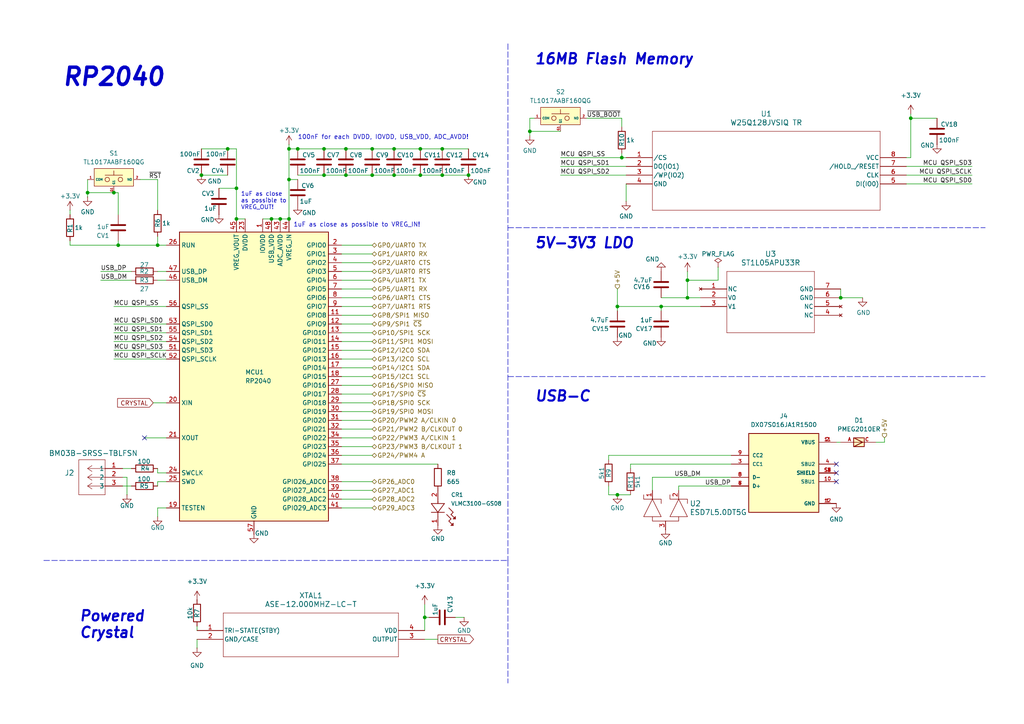
<source format=kicad_sch>
(kicad_sch (version 20231120) (generator "eeschema") (generator_version "8.0")
  (paper "A4")
  (title_block (title "RP2040 Standard") (company "Porto Space Team") (comment 1 "Miguel Amorim"))
  (lib_symbols
    (symbol "16MB_Flash:W25Q128JVSIQ_TR" (pin_names (offset 0.254))
      (property "Reference" "U" (at 40.64 12.7 0))
      (property "Value" "W25Q128JVSIQ TR" (at 40.64 10.16 0))
      (symbol "W25Q128JVSIQ_TR_0_1"
        (pin input line (at 0 0 0) (length 7.62) (name "/CS") (number "1"))
        (pin bidirectional line (at 0 -2.54 0) (length 7.62) (name "DO(IO1)") (number "2"))
        (pin bidirectional line (at 0 -5.08 0) (length 7.62) (name "/WP(IO2)") (number "3"))
        (pin passive line (at 0 -7.62 0) (length 7.62) (name "GND") (number "4"))
        (pin bidirectional line (at 81.28 -7.62 180) (length 7.62) (name "DI(IO0)") (number "5"))
        (pin input line (at 81.28 -5.08 180) (length 7.62) (name "CLK") (number "6"))
        (pin bidirectional line (at 81.28 -2.54 180) (length 7.62) (name "/HOLD_/RESET") (number "7"))
        (pin passive line (at 81.28 0 180) (length 7.62) (name "VCC") (number "8"))
      )
    )
    (symbol "AS12MHz:ASE-12.000MHZ-LC-T" (pin_names (offset 0.254))
      (property "Reference" "XTAL" (at 33.02 10.16 0))
      (property "Value" "ASE-12.000MHZ-LC-T" (at 33.02 7.62 0))
      (symbol "ASE-12.000MHZ-LC-T_0_1"
        (pin passive line (at 0 0 0) (length 7.62) (name "TRI-STATE(STBY)") (number "1"))
        (pin passive line (at 0 -2.54 0) (length 7.62) (name "GND/CASE") (number "2"))
        (pin output line (at 66.04 -2.54 180) (length 7.62) (name "OUTPUT") (number "3"))
        (pin power_in line (at 66.04 0 180) (length 7.62) (name "VDD") (number "4"))
      )
    )
    (symbol "DX07S016JA1R1500:DX07S016JA1R1500" (pin_names (offset 1.016))
      (property "Reference" "J" (at -10.16 11.43 0))
      (property "Value" "DX07S016JA1R1500" (at -10.16 -13.97 0))
      (symbol "DX07S016JA1R1500_0_0"
        (pin power_in line (at 15.24 -10.16 180) (length 5.08) (name "GND") (number "1"))
        (pin passive line (at 15.24 -3.81 180) (length 5.08) (name "SBU1") (number "10"))
        (pin passive line (at 15.24 7.62 180) (length 5.08) (name "VBUS") (number "11"))
        (pin power_in line (at 15.24 -10.16 180) (length 5.08) (name "GND") (number "12"))
        (pin passive line (at 15.24 7.62 180) (length 5.08) (name "VBUS") (number "2"))
        (pin passive line (at -15.24 1.27 0) (length 5.08) (name "CC1") (number "3"))
        (pin passive line (at 15.24 1.27 180) (length 5.08) (name "SBU2") (number "4"))
        (pin passive line (at -15.24 -2.54 0) (length 5.08) (name "D-") (number "5"))
        (pin passive line (at -15.24 -5.08 0) (length 5.08) (name "D+") (number "6"))
        (pin passive line (at -15.24 -5.08 0) (length 5.08) (name "D+") (number "7"))
        (pin passive line (at -15.24 -2.54 0) (length 5.08) (name "D-") (number "8"))
        (pin passive line (at -15.24 3.81 0) (length 5.08) (name "CC2") (number "9"))
        (pin passive line (at 15.24 -1.27 180) (length 5.08) (name "SHIELD") (number "S1"))
        (pin passive line (at 15.24 -1.27 180) (length 5.08) (name "SHIELD") (number "S2"))
        (pin passive line (at 15.24 -1.27 180) (length 5.08) (name "SHIELD") (number "S3"))
        (pin passive line (at 15.24 -1.27 180) (length 5.08) (name "SHIELD") (number "S4"))
        (pin passive line (at 15.24 -1.27 180) (length 5.08) (name "SHIELD") (number "S5"))
        (pin passive line (at 15.24 -1.27 180) (length 5.08) (name "SHIELD") (number "S6"))
      )
    )
    (symbol "Device:C" (pin_numbers hide) (pin_names (offset 0.254))
      (property "Reference" "C" (at 0.635 2.54 0))
      (property "Value" "C" (at 0.635 -2.54 0))
      (symbol "C_1_1"
        (pin passive line (at 0 3.81 270) (length 2.794) (name "~") (number "1"))
        (pin passive line (at 0 -3.81 90) (length 2.794) (name "~") (number "2"))
      )
    )
    (symbol "Device:R" (pin_numbers hide) (pin_names (offset 0))
      (property "Reference" "R" (at 2.032 0 90))
      (property "Value" "R" (at 0 0 90))
      (symbol "R_1_1"
        (pin passive line (at 0 3.81 270) (length 1.27) (name "~") (number "1"))
        (pin passive line (at 0 -3.81 90) (length 1.27) (name "~") (number "2"))
      )
    )
    (symbol "ESD7L5_Diode:ESD7L5.0DT5G" (pin_names (offset 0.254))
      (property "Reference" "U" (at 6.35 15.24 0))
      (property "Value" "ESD7L5.0DT5G" (at 6.35 12.7 0))
      (symbol "ESD7L5.0DT5G_1_1"
        (pin passive line (at 2.54 11.43 270) (length 2.54) (name "") (number "1"))
        (pin passive line (at 10.16 11.43 270) (length 2.54) (name "") (number "2"))
        (pin passive line (at 6.35 0 90) (length 2.54) (name "") (number "3"))
      )
    )
    (symbol "GreenLED__VLMC3100-GS08:VLMC3100-GS08" (pin_names (offset 0.254))
      (property "Reference" "CR" (at 5.08 -4.445 0))
      (property "Value" "VLMC3100-GS08" (at 5.08 -7.62 0))
      (symbol "VLMC3100-GS08_1_1"
        (pin passive line (at 10.16 0 180) (length 2.54) (name "") (number "1"))
        (pin passive line (at 0 0 0) (length 2.54) (name "") (number "2"))
      )
      (symbol "VLMC3100-GS08_1_2"
        (pin passive line (at 0 10.16 270) (length 2.54) (name "") (number "1"))
        (pin passive line (at 0 0 90) (length 2.54) (name "") (number "2"))
      )
    )
    (symbol "LDO_ST1L05A:ST1L05APU33R" (pin_names (offset 0.254))
      (property "Reference" "U" (at 20.32 10.16 0))
      (property "Value" "ST1L05APU33R" (at 20.32 7.62 0))
      (symbol "ST1L05APU33R_0_1"
        (pin no_connect line (at 0 0 0) (length 7.62) (name "NC") (number "1"))
        (pin passive line (at 0 -2.54 0) (length 7.62) (name "V0") (number "2"))
        (pin passive line (at 0 -5.08 0) (length 7.62) (name "V1") (number "3"))
        (pin no_connect line (at 40.64 -7.62 180) (length 7.62) (name "NC") (number "4"))
        (pin no_connect line (at 40.64 -5.08 180) (length 7.62) (name "NC") (number "5"))
        (pin passive line (at 40.64 -2.54 180) (length 7.62) (name "GND") (number "6"))
        (pin passive line (at 40.64 0 180) (length 7.62) (name "GND") (number "7"))
      )
    )
    (symbol "MCU_RaspberryPi:RP2040"
      (property "Reference" "U" (at 17.78 45.72 0))
      (property "Value" "RP2040" (at 17.78 43.18 0))
      (symbol "RP2040_1_1"
        (pin power_in line (at 2.54 45.72 270) (length 3.81) (name "IOVDD") (number "1"))
        (pin passive line (at 2.54 45.72 270) (length 3.81) hide (name "IOVDD") (number "10"))
        (pin bidirectional line (at 25.4 17.78 180) (length 3.81) (name "GPIO8") (number "11"))
        (pin bidirectional line (at 25.4 15.24 180) (length 3.81) (name "GPIO9") (number "12"))
        (pin bidirectional line (at 25.4 12.7 180) (length 3.81) (name "GPIO10") (number "13"))
        (pin bidirectional line (at 25.4 10.16 180) (length 3.81) (name "GPIO11") (number "14"))
        (pin bidirectional line (at 25.4 7.62 180) (length 3.81) (name "GPIO12") (number "15"))
        (pin bidirectional line (at 25.4 5.08 180) (length 3.81) (name "GPIO13") (number "16"))
        (pin bidirectional line (at 25.4 2.54 180) (length 3.81) (name "GPIO14") (number "17"))
        (pin bidirectional line (at 25.4 0 180) (length 3.81) (name "GPIO15") (number "18"))
        (pin input line (at -25.4 -38.1 0) (length 3.81) (name "TESTEN") (number "19"))
        (pin bidirectional line (at 25.4 38.1 180) (length 3.81) (name "GPIO0") (number "2"))
        (pin input line (at -25.4 -7.62 0) (length 3.81) (name "XIN") (number "20"))
        (pin passive line (at -25.4 -17.78 0) (length 3.81) (name "XOUT") (number "21"))
        (pin passive line (at 2.54 45.72 270) (length 3.81) hide (name "IOVDD") (number "22"))
        (pin power_in line (at -2.54 45.72 270) (length 3.81) (name "DVDD") (number "23"))
        (pin input line (at -25.4 -27.94 0) (length 3.81) (name "SWCLK") (number "24"))
        (pin bidirectional line (at -25.4 -30.48 0) (length 3.81) (name "SWD") (number "25"))
        (pin input line (at -25.4 38.1 0) (length 3.81) (name "RUN") (number "26"))
        (pin bidirectional line (at 25.4 -2.54 180) (length 3.81) (name "GPIO16") (number "27"))
        (pin bidirectional line (at 25.4 -5.08 180) (length 3.81) (name "GPIO17") (number "28"))
        (pin bidirectional line (at 25.4 -7.62 180) (length 3.81) (name "GPIO18") (number "29"))
        (pin bidirectional line (at 25.4 35.56 180) (length 3.81) (name "GPIO1") (number "3"))
        (pin bidirectional line (at 25.4 -10.16 180) (length 3.81) (name "GPIO19") (number "30"))
        (pin bidirectional line (at 25.4 -12.7 180) (length 3.81) (name "GPIO20") (number "31"))
        (pin bidirectional line (at 25.4 -15.24 180) (length 3.81) (name "GPIO21") (number "32"))
        (pin passive line (at 2.54 45.72 270) (length 3.81) hide (name "IOVDD") (number "33"))
        (pin bidirectional line (at 25.4 -17.78 180) (length 3.81) (name "GPIO22") (number "34"))
        (pin bidirectional line (at 25.4 -20.32 180) (length 3.81) (name "GPIO23") (number "35"))
        (pin bidirectional line (at 25.4 -22.86 180) (length 3.81) (name "GPIO24") (number "36"))
        (pin bidirectional line (at 25.4 -25.4 180) (length 3.81) (name "GPIO25") (number "37"))
        (pin bidirectional line (at 25.4 -30.48 180) (length 3.81) (name "GPIO26_ADC0") (number "38"))
        (pin bidirectional line (at 25.4 -33.02 180) (length 3.81) (name "GPIO27_ADC1") (number "39"))
        (pin bidirectional line (at 25.4 33.02 180) (length 3.81) (name "GPIO2") (number "4"))
        (pin bidirectional line (at 25.4 -35.56 180) (length 3.81) (name "GPIO28_ADC2") (number "40"))
        (pin bidirectional line (at 25.4 -38.1 180) (length 3.81) (name "GPIO29_ADC3") (number "41"))
        (pin passive line (at 2.54 45.72 270) (length 3.81) hide (name "IOVDD") (number "42"))
        (pin power_in line (at 7.62 45.72 270) (length 3.81) (name "ADC_AVDD") (number "43"))
        (pin power_in line (at 10.16 45.72 270) (length 3.81) (name "VREG_IN") (number "44"))
        (pin power_out line (at -5.08 45.72 270) (length 3.81) (name "VREG_VOUT") (number "45"))
        (pin bidirectional line (at -25.4 27.94 0) (length 3.81) (name "USB_DM") (number "46"))
        (pin bidirectional line (at -25.4 30.48 0) (length 3.81) (name "USB_DP") (number "47"))
        (pin power_in line (at 5.08 45.72 270) (length 3.81) (name "USB_VDD") (number "48"))
        (pin passive line (at 2.54 45.72 270) (length 3.81) hide (name "IOVDD") (number "49"))
        (pin bidirectional line (at 25.4 30.48 180) (length 3.81) (name "GPIO3") (number "5"))
        (pin passive line (at -2.54 45.72 270) (length 3.81) hide (name "DVDD") (number "50"))
        (pin bidirectional line (at -25.4 7.62 0) (length 3.81) (name "QSPI_SD3") (number "51"))
        (pin output line (at -25.4 5.08 0) (length 3.81) (name "QSPI_SCLK") (number "52"))
        (pin bidirectional line (at -25.4 15.24 0) (length 3.81) (name "QSPI_SD0") (number "53"))
        (pin bidirectional line (at -25.4 10.16 0) (length 3.81) (name "QSPI_SD2") (number "54"))
        (pin bidirectional line (at -25.4 12.7 0) (length 3.81) (name "QSPI_SD1") (number "55"))
        (pin bidirectional line (at -25.4 20.32 0) (length 3.81) (name "QSPI_SS") (number "56"))
        (pin power_in line (at 0 -45.72 90) (length 3.81) (name "GND") (number "57"))
        (pin bidirectional line (at 25.4 27.94 180) (length 3.81) (name "GPIO4") (number "6"))
        (pin bidirectional line (at 25.4 25.4 180) (length 3.81) (name "GPIO5") (number "7"))
        (pin bidirectional line (at 25.4 22.86 180) (length 3.81) (name "GPIO6") (number "8"))
        (pin bidirectional line (at 25.4 20.32 180) (length 3.81) (name "GPIO7") (number "9"))
      )
    )
    (symbol "PMEG2010ER:PMEG2010ER" (pin_names (offset 1.016))
      (property "Reference" "D" (at -3.8116 1.7534 0))
      (property "Value" "PMEG2010ER" (at -3.816 -3.5871 0))
      (symbol "PMEG2010ER_0_0"
        (pin passive line (at -5.08 0 0) (length 5.08) (name "~") (number "A"))
        (pin passive line (at 5.08 0 180) (length 5.08) (name "~") (number "C"))
      )
    )
    (symbol "SWD_Con:BM03B-SRSS-TBLFSN" (pin_names (offset 0.254))
      (property "Reference" "J" (at 8.89 6.35 0))
      (property "Value" "BM03B-SRSS-TBLFSN" (at 0 0 0))
      (symbol "BM03B-SRSS-TBLFSN_1_1"
        (pin passive line (at 0 0 0) (length 5.08) (name "1") (number "1"))
        (pin passive line (at 0 -2.54 0) (length 5.08) (name "2") (number "2"))
        (pin passive line (at 0 -5.08 0) (length 5.08) (name "3") (number "3"))
      )
      (symbol "BM03B-SRSS-TBLFSN_1_2"
        (pin passive line (at 0 0 0) (length 5.08) (name "1") (number "1"))
        (pin passive line (at 0 -2.54 0) (length 5.08) (name "2") (number "2"))
        (pin passive line (at 0 -5.08 0) (length 5.08) (name "3") (number "3"))
      )
    )
    (symbol "TL1017AABF160QG:TL1017AABF160QG"
      (property "Reference" "S" (at 0.762 14.732 0))
      (property "Value" "TL1017AABF160QG" (at 0.762 12.192 0))
      (symbol "TL1017AABF160QG_1_1"
        (pin passive line (at 1.27 3.81 0) (length 1.778) (name "COM") (number "1"))
        (pin passive line (at 16.51 3.81 180) (length 1.778) (name "NO") (number "2"))
        (pin passive line (at 8.89 0 90) (length 1.778) (name "G1") (number "G1"))
      )
    )
    (symbol "power:+3.3V" (power) (pin_numbers hide) (pin_names (offset 0) hide)
      (property "Value" "+3.3V" (at 0 3.556 0))
      (symbol "+3.3V_1_1"
        (pin power_in line (at 0 0 90) (length 0) (name "~") (number "1"))
      )
    )
    (symbol "power:GND" (power) (pin_numbers hide) (pin_names (offset 0) hide)
      (property "Value" "GND" (at 0 -3.81 0))
      (symbol "GND_1_1"
        (pin power_in line (at 0 0 270) (length 0) (name "~") (number "1"))
      )
    )
    (symbol "power:PWR_FLAG" (power) (pin_numbers hide) (pin_names (offset 0) hide)
      (property "Value" "PWR_FLAG" (at 0 3.81 0))
      (symbol "PWR_FLAG_0_0"
        (pin power_out line (at 0 0 90) (length 0) (name "~") (number "1"))
      )
    )
  )
  (junction (at 107.95 50.8))
  (junction (at 114.3 43.18))
  (junction (at 243.84 86.36))
  (junction (at 123.19 179.07))
  (junction (at 25.4 55.88))
  (junction (at 135.89 50.8))
  (junction (at 114.3 50.8))
  (junction (at 191.77 88.9))
  (junction (at 45.72 71.12))
  (junction (at 78.74 63.5))
  (junction (at 33.02 55.88))
  (junction (at 121.92 50.8))
  (junction (at 66.04 43.18))
  (junction (at 83.82 63.5))
  (junction (at 264.16 34.29))
  (junction (at 34.29 71.12))
  (junction (at 93.98 50.8))
  (junction (at 153.67 38.1))
  (junction (at 199.39 81.28))
  (junction (at 93.98 43.18))
  (junction (at 83.82 52.07))
  (junction (at 100.33 43.18))
  (junction (at 83.82 43.18))
  (junction (at 107.95 43.18))
  (junction (at 58.42 50.8))
  (junction (at 68.58 63.5))
  (junction (at 68.58 54.61))
  (junction (at 100.33 50.8))
  (junction (at 121.92 43.18))
  (junction (at 81.28 63.5))
  (junction (at 179.07 88.9))
  (junction (at 86.36 43.18))
  (junction (at 180.34 45.72))
  (junction (at 128.27 43.18))
  (junction (at 199.39 86.36))
  (junction (at 128.27 50.8))
  (junction (at 179.07 143.51))
  (no_connect (at 242.57 134.62))
  (no_connect (at 242.57 139.7))
  (no_connect (at 242.57 137.16))
  (no_connect (at 41.91 127))
  (wire (pts (xy 76.2 63.5) (xy 78.74 63.5)))
  (wire (pts (xy 196.85 140.97) (xy 196.85 142.24)))
  (wire (pts (xy 99.06 83.82) (xy 107.95 83.82)))
  (wire (pts (xy 179.07 143.51) (xy 176.53 143.51)))
  (wire (pts (xy 45.72 78.74) (xy 48.26 78.74)))
  (wire (pts (xy 100.33 43.18) (xy 93.98 43.18)))
  (wire (pts (xy 107.95 50.8) (xy 114.3 50.8)))
  (polyline (pts (xy 147.32 109.22) (xy 285.75 109.22)) (stroke (width 0) (type dash)))
  (wire (pts (xy 99.06 119.38) (xy 107.95 119.38)))
  (wire (pts (xy 153.67 38.1) (xy 153.67 39.37)))
  (wire (pts (xy 262.89 48.26) (xy 281.94 48.26)))
  (wire (pts (xy 25.4 55.88) (xy 33.02 55.88)))
  (wire (pts (xy 123.19 179.07) (xy 124.46 179.07)))
  (wire (pts (xy 181.61 48.26) (xy 162.56 48.26)))
  (wire (pts (xy 99.06 99.06) (xy 107.95 99.06)))
  (wire (pts (xy 34.29 71.12) (xy 45.72 71.12)))
  (wire (pts (xy 25.4 55.88) (xy 25.4 57.15)))
  (wire (pts (xy 181.61 53.34) (xy 181.61 58.42)))
  (wire (pts (xy 179.07 83.82) (xy 179.07 88.9)))
  (wire (pts (xy 256.54 127) (xy 256.54 128.27)))
  (wire (pts (xy 123.19 175.26) (xy 123.19 179.07)))
  (wire (pts (xy 81.28 63.5) (xy 83.82 63.5)))
  (wire (pts (xy 45.72 81.28) (xy 48.26 81.28)))
  (wire (pts (xy 162.56 45.72) (xy 180.34 45.72)))
  (wire (pts (xy 86.36 43.18) (xy 83.82 43.18)))
  (wire (pts (xy 199.39 78.74) (xy 199.39 81.28)))
  (wire (pts (xy 99.06 142.24) (xy 107.95 142.24)))
  (wire (pts (xy 100.33 50.8) (xy 107.95 50.8)))
  (wire (pts (xy 114.3 50.8) (xy 121.92 50.8)))
  (wire (pts (xy 68.58 54.61) (xy 68.58 43.18)))
  (wire (pts (xy 99.06 132.08) (xy 107.95 132.08)))
  (wire (pts (xy 99.06 129.54) (xy 107.95 129.54)))
  (wire (pts (xy 182.88 143.51) (xy 179.07 143.51)))
  (wire (pts (xy 33.02 88.9) (xy 48.26 88.9)))
  (wire (pts (xy 99.06 101.6) (xy 107.95 101.6)))
  (wire (pts (xy 99.06 111.76) (xy 107.95 111.76)))
  (wire (pts (xy 99.06 73.66) (xy 107.95 73.66)))
  (wire (pts (xy 128.27 50.8) (xy 135.89 50.8)))
  (wire (pts (xy 33.02 104.14) (xy 48.26 104.14)))
  (wire (pts (xy 107.95 43.18) (xy 100.33 43.18)))
  (wire (pts (xy 99.06 96.52) (xy 107.95 96.52)))
  (wire (pts (xy 199.39 86.36) (xy 203.2 86.36)))
  (wire (pts (xy 189.23 138.43) (xy 189.23 142.24)))
  (wire (pts (xy 153.67 34.29) (xy 153.67 38.1)))
  (wire (pts (xy 99.06 78.74) (xy 107.95 78.74)))
  (wire (pts (xy 180.34 34.29) (xy 170.18 34.29)))
  (wire (pts (xy 34.29 55.88) (xy 33.02 55.88)))
  (wire (pts (xy 99.06 139.7) (xy 107.95 139.7)))
  (wire (pts (xy 45.72 147.32) (xy 48.26 147.32)))
  (wire (pts (xy 99.06 71.12) (xy 107.95 71.12)))
  (wire (pts (xy 99.06 91.44) (xy 107.95 91.44)))
  (wire (pts (xy 132.08 179.07) (xy 134.62 179.07)))
  (wire (pts (xy 242.57 128.27) (xy 243.84 128.27)))
  (wire (pts (xy 99.06 88.9) (xy 107.95 88.9)))
  (wire (pts (xy 20.32 60.96) (xy 20.32 62.23)))
  (wire (pts (xy 99.06 116.84) (xy 107.95 116.84)))
  (wire (pts (xy 114.3 43.18) (xy 107.95 43.18)))
  (wire (pts (xy 179.07 88.9) (xy 191.77 88.9)))
  (wire (pts (xy 99.06 106.68) (xy 107.95 106.68)))
  (wire (pts (xy 34.29 71.12) (xy 20.32 71.12)))
  (wire (pts (xy 68.58 43.18) (xy 66.04 43.18)))
  (wire (pts (xy 262.89 50.8) (xy 281.94 50.8)))
  (wire (pts (xy 86.36 50.8) (xy 93.98 50.8)))
  (wire (pts (xy 35.56 140.97) (xy 38.1 140.97)))
  (wire (pts (xy 93.98 43.18) (xy 86.36 43.18)))
  (wire (pts (xy 35.56 138.43) (xy 36.83 138.43)))
  (polyline (pts (xy 147.32 12.7) (xy 147.32 162.56)) (stroke (width 0) (type dash)))
  (wire (pts (xy 83.82 52.07) (xy 86.36 52.07)))
  (wire (pts (xy 33.02 93.98) (xy 48.26 93.98)))
  (wire (pts (xy 33.02 99.06) (xy 48.26 99.06)))
  (wire (pts (xy 191.77 86.36) (xy 199.39 86.36)))
  (wire (pts (xy 199.39 81.28) (xy 199.39 86.36)))
  (wire (pts (xy 99.06 104.14) (xy 107.95 104.14)))
  (wire (pts (xy 264.16 34.29) (xy 264.16 33.02)))
  (wire (pts (xy 212.09 134.62) (xy 182.88 134.62)))
  (wire (pts (xy 123.19 179.07) (xy 123.19 182.88)))
  (wire (pts (xy 40.64 52.07) (xy 45.72 52.07)))
  (wire (pts (xy 176.53 143.51) (xy 176.53 140.97)))
  (wire (pts (xy 243.84 86.36) (xy 250.19 86.36)))
  (wire (pts (xy 262.89 45.72) (xy 264.16 45.72)))
  (wire (pts (xy 44.45 116.84) (xy 48.26 116.84)))
  (wire (pts (xy 153.67 38.1) (xy 162.56 38.1)))
  (polyline (pts (xy 147.32 162.56) (xy 147.32 198.12)) (stroke (width 0) (type dash)))
  (wire (pts (xy 25.4 52.07) (xy 25.4 55.88)))
  (wire (pts (xy 35.56 135.89) (xy 38.1 135.89)))
  (wire (pts (xy 99.06 109.22) (xy 107.95 109.22)))
  (wire (pts (xy 179.07 88.9) (xy 179.07 90.17)))
  (wire (pts (xy 180.34 36.83) (xy 180.34 34.29)))
  (wire (pts (xy 83.82 43.18) (xy 83.82 52.07)))
  (wire (pts (xy 45.72 140.97) (xy 45.72 139.7)))
  (wire (pts (xy 68.58 54.61) (xy 68.58 63.5)))
  (wire (pts (xy 262.89 53.34) (xy 281.94 53.34)))
  (wire (pts (xy 57.15 181.61) (xy 57.15 182.88)))
  (wire (pts (xy 199.39 81.28) (xy 208.28 81.28)))
  (wire (pts (xy 181.61 50.8) (xy 162.56 50.8)))
  (wire (pts (xy 99.06 114.3) (xy 107.95 114.3)))
  (wire (pts (xy 93.98 50.8) (xy 100.33 50.8)))
  (wire (pts (xy 180.34 44.45) (xy 180.34 45.72)))
  (wire (pts (xy 33.02 101.6) (xy 48.26 101.6)))
  (wire (pts (xy 189.23 138.43) (xy 212.09 138.43)))
  (wire (pts (xy 182.88 134.62) (xy 182.88 135.89)))
  (wire (pts (xy 256.54 128.27) (xy 254 128.27)))
  (wire (pts (xy 45.72 71.12) (xy 48.26 71.12)))
  (wire (pts (xy 41.91 127) (xy 48.26 127)))
  (wire (pts (xy 29.21 78.74) (xy 38.1 78.74)))
  (wire (pts (xy 33.02 96.52) (xy 48.26 96.52)))
  (wire (pts (xy 83.82 52.07) (xy 83.82 63.5)))
  (polyline (pts (xy 12.7 162.56) (xy 147.32 162.56)) (stroke (width 0) (type dash)))
  (wire (pts (xy 45.72 149.86) (xy 45.72 147.32)))
  (wire (pts (xy 99.06 93.98) (xy 107.95 93.98)))
  (wire (pts (xy 180.34 45.72) (xy 181.61 45.72)))
  (wire (pts (xy 99.06 81.28) (xy 107.95 81.28)))
  (wire (pts (xy 45.72 137.16) (xy 48.26 137.16)))
  (polyline (pts (xy 147.32 66.04) (xy 285.75 66.04)) (stroke (width 0) (type dash)))
  (wire (pts (xy 45.72 68.58) (xy 45.72 71.12)))
  (wire (pts (xy 121.92 43.18) (xy 114.3 43.18)))
  (wire (pts (xy 29.21 81.28) (xy 38.1 81.28)))
  (wire (pts (xy 36.83 138.43) (xy 36.83 143.51)))
  (wire (pts (xy 191.77 90.17) (xy 191.77 88.9)))
  (wire (pts (xy 99.06 134.62) (xy 127 134.62)))
  (wire (pts (xy 99.06 127) (xy 107.95 127)))
  (wire (pts (xy 34.29 71.12) (xy 34.29 69.85)))
  (wire (pts (xy 264.16 45.72) (xy 264.16 34.29)))
  (wire (pts (xy 176.53 132.08) (xy 212.09 132.08)))
  (wire (pts (xy 45.72 137.16) (xy 45.72 135.89)))
  (wire (pts (xy 128.27 43.18) (xy 135.89 43.18)))
  (wire (pts (xy 243.84 83.82) (xy 243.84 86.36)))
  (wire (pts (xy 121.92 50.8) (xy 128.27 50.8)))
  (wire (pts (xy 68.58 63.5) (xy 71.12 63.5)))
  (wire (pts (xy 58.42 43.18) (xy 66.04 43.18)))
  (wire (pts (xy 20.32 71.12) (xy 20.32 69.85)))
  (wire (pts (xy 63.5 54.61) (xy 68.58 54.61)))
  (wire (pts (xy 57.15 185.42) (xy 57.15 187.96)))
  (wire (pts (xy 58.42 50.8) (xy 66.04 50.8)))
  (wire (pts (xy 176.53 133.35) (xy 176.53 132.08)))
  (wire (pts (xy 191.77 88.9) (xy 203.2 88.9)))
  (wire (pts (xy 34.29 55.88) (xy 34.29 62.23)))
  (wire (pts (xy 153.67 34.29) (xy 154.94 34.29)))
  (wire (pts (xy 99.06 76.2) (xy 107.95 76.2)))
  (wire (pts (xy 264.16 34.29) (xy 271.78 34.29)))
  (wire (pts (xy 99.06 121.92) (xy 107.95 121.92)))
  (wire (pts (xy 123.19 185.42) (xy 127 185.42)))
  (wire (pts (xy 99.06 147.32) (xy 107.95 147.32)))
  (wire (pts (xy 208.28 81.28) (xy 208.28 77.47)))
  (wire (pts (xy 99.06 124.46) (xy 107.95 124.46)))
  (wire (pts (xy 83.82 41.91) (xy 83.82 43.18)))
  (wire (pts (xy 78.74 63.5) (xy 81.28 63.5)))
  (wire (pts (xy 45.72 139.7) (xy 48.26 139.7)))
  (wire (pts (xy 128.27 43.18) (xy 121.92 43.18)))
  (wire (pts (xy 196.85 140.97) (xy 212.09 140.97)))
  (wire (pts (xy 99.06 86.36) (xy 107.95 86.36)))
  (wire (pts (xy 99.06 144.78) (xy 107.95 144.78)))
  (wire (pts (xy 45.72 52.07) (xy 45.72 60.96)))
  (text "USB-C" (at 154.94 116.84 0) (effects (font (size 3 3) (bold yes) (italic yes)) (justify left bottom)))
  (text "5V-3V3 LDO" (at 154.94 72.39 0) (effects (font (size 3 3) (bold yes) (italic yes)) (justify left bottom)))
  (text "16MB Flash Memory" (at 154.94 19.05 0) (effects (font (size 3 3) (bold yes) (italic yes)) (justify left bottom)))
  (text "Powered\nCrystal" (at 22.86 185.42 0) (effects (font (size 3 3) (bold yes) (italic yes)) (justify left bottom)))
  (text "1uF as close \nas possible to \nVREG_OUT!" (at 69.85 60.96 0) (effects (font (size 1.2 1.2)) (justify left bottom)))
  (text "100nF for each DVDD, IOVDD, USB_VDD, ADC_AVDD!" (at 86.36 40.64 0) (effects (font (size 1.27 1.27)) (justify left bottom)))
  (text "1uF as close as possible to VREG_IN!" (at 85.09 66.04 0) (effects (font (size 1.27 1.27)) (justify left bottom)))
  (text "RP2040" (at 17.78 25.4 0) (effects (font (size 5 5) (thickness 1) (bold yes) (italic yes)) (justify left bottom)))
  (label "MCU QSPI_SCLK" (at 33.02 104.14 0))
  (label "MCU QSPI_SS" (at 162.56 45.72 0))
  (label "MCU QSPI_SCLK" (at 281.94 50.8 180))
  (label "MCU QSPI_SD0" (at 33.02 93.98 0))
  (label "MCU QSPI_SD0" (at 281.94 53.34 180))
  (label "MCU QSPI_SD1" (at 33.02 96.52 0))
  (label "USB_DM" (at 29.21 81.28 0))
  (label "MCU QSPI_SD3" (at 33.02 101.6 0))
  (label "MCU QSPI_SD2" (at 33.02 99.06 0))
  (label "MCU QSPI_SD3" (at 281.94 48.26 180))
  (label "~{USB_BOOT}" (at 170.18 34.29 0))
  (label "MCU QSPI_SS" (at 33.02 88.9 0))
  (label "MCU QSPI_SD2" (at 162.56 50.8 0))
  (label "USB_DP" (at 204.47 140.97 0))
  (label "USB_DM" (at 195.58 138.43 0))
  (label "USB_DP" (at 29.21 78.74 0))
  (label "MCU QSPI_SD1" (at 162.56 48.26 0))
  (label "~{RST}" (at 43.18 52.07 0))
  (global_label "CRYSTAL" (shape input) (at 44.45 116.84 180) (property "Intersheetrefs" "${INTERSHEET_REFS}" (effects (hide yes))))
  (global_label "CRYSTAL" (shape output) (at 127 185.42 0) (property "Intersheetrefs" "${INTERSHEET_REFS}" (effects (hide yes))))
  (hierarchical_label "GP8{slash}SPI1 MISO" (shape bidirectional) (at 107.95 91.44 0))
  (hierarchical_label "+5V" (shape input) (at 256.54 127 90))
  (hierarchical_label "GP24{slash}PWM4 A" (shape bidirectional) (at 107.95 132.08 0))
  (hierarchical_label "GP16{slash}SPI0 MISO" (shape bidirectional) (at 107.95 111.76 0))
  (hierarchical_label "GP13{slash}I2C0 SCL" (shape bidirectional) (at 107.95 104.14 0))
  (hierarchical_label "GP7{slash}UART1 RTS" (shape bidirectional) (at 107.95 88.9 0))
  (hierarchical_label "GP22{slash}PWM3 A{slash}CLKIN 1" (shape bidirectional) (at 107.95 127 0))
  (hierarchical_label "GP9{slash}SPI1 ~{CS}" (shape bidirectional) (at 107.95 93.98 0))
  (hierarchical_label "GP21{slash}PWM2 B{slash}CLKOUT 0" (shape bidirectional) (at 107.95 124.46 0))
  (hierarchical_label "GP12{slash}I2C0 SDA" (shape bidirectional) (at 107.95 101.6 0))
  (hierarchical_label "GP4{slash}UART1 TX" (shape bidirectional) (at 107.95 81.28 0))
  (hierarchical_label "GP5{slash}UART1 RX" (shape bidirectional) (at 107.95 83.82 0))
  (hierarchical_label "GP17{slash}SPI0 ~{CS}" (shape bidirectional) (at 107.95 114.3 0))
  (hierarchical_label "GP10{slash}SPI1 SCK" (shape bidirectional) (at 107.95 96.52 0))
  (hierarchical_label "GP2{slash}UART0 CTS" (shape bidirectional) (at 107.95 76.2 0))
  (hierarchical_label "GP15{slash}I2C1 SCL" (shape bidirectional) (at 107.95 109.22 0))
  (hierarchical_label "GP23{slash}PWM3 B{slash}CLKOUT 1" (shape bidirectional) (at 107.95 129.54 0))
  (hierarchical_label "GP0{slash}UART0 TX" (shape bidirectional) (at 107.95 71.12 0))
  (hierarchical_label "GP27_ADC1" (shape bidirectional) (at 107.95 142.24 0))
  (hierarchical_label "+5V" (shape input) (at 179.07 83.82 90))
  (hierarchical_label "GP29_ADC3" (shape bidirectional) (at 107.95 147.32 0))
  (hierarchical_label "GP18{slash}SPI0 SCK" (shape bidirectional) (at 107.95 116.84 0))
  (hierarchical_label "GP11{slash}SPI1 MOSI" (shape bidirectional) (at 107.95 99.06 0))
  (hierarchical_label "GP19{slash}SPI0 MOSI" (shape bidirectional) (at 107.95 119.38 0))
  (hierarchical_label "GP26_ADC0" (shape bidirectional) (at 107.95 139.7 0))
  (hierarchical_label "GP1{slash}UART0 RX" (shape bidirectional) (at 107.95 73.66 0))
  (hierarchical_label "GP28_ADC2" (shape bidirectional) (at 107.95 144.78 0))
  (hierarchical_label "GP6{slash}UART1 CTS" (shape bidirectional) (at 107.95 86.36 0))
  (hierarchical_label "GP14{slash}I2C1 SDA" (shape bidirectional) (at 107.95 106.68 0))
  (hierarchical_label "GP20{slash}PWM2 A{slash}CLKIN 0" (shape bidirectional) (at 107.95 121.92 0))
  (hierarchical_label "GP3{slash}UART0 RTS" (shape bidirectional) (at 107.95 78.74 0))
  (symbol (lib_id "Device:R") (at 57.15 177.8 0) (mirror x) (unit 1)
    (property "Reference" "R7" (at 57.15 176.53 90) (effects (justify left)))
    (property "Value" "10k" (at 55.118 176.022 90) (effects (justify left)))
    (property "Footprint" "Resistor-0402:RES_0402" (effects (hide yes)))
    (property "Description" "Resistor" (effects (hide yes)))
  )
  (symbol (lib_id "Device:C") (at 34.29 66.04 180) (unit 1)
    (property "Reference" "CV1" (at 31.75 68.326 0) (effects (justify left)))
    (property "Value" "1uF" (at 31.75 65.786 0) (effects (justify left)))
    (property "Footprint" "Capacitor-0402:Capacitor_0402" (effects (hide yes)))
    (property "Description" "Unpolarized capacitor" (effects (hide yes)))
  )
  (symbol (lib_id "Device:R") (at 41.91 81.28 90) (mirror x) (unit 1)
    (property "Reference" "R3" (at 43.18 81.28 90) (effects (justify left)))
    (property "Value" "27" (at 43.18 83.82 90) (effects (justify left)))
    (property "Footprint" "Resistor-0603:RES_0603" (effects (hide yes)))
    (property "Description" "Resistor" (effects (hide yes)))
  )
  (symbol (lib_id "power:GND") (at 86.36 59.69 0) (unit 1)
    (property "Reference" "#PWR013" (effects (hide yes)))
    (property "Value" "GND" (at 89.662 61.722 0))
    (property "Description" "Power symbol creates a global label with name \"GND\" , ground" (effects (hide yes)))
  )
  (symbol (lib_id "power:GND") (at 25.4 57.15 0) (unit 1)
    (property "Reference" "#PWR04" (effects (hide yes)))
    (property "Value" "GND" (at 25.4 61.468 0))
    (property "Description" "Power symbol creates a global label with name \"GND\" , ground" (effects (hide yes)))
  )
  (symbol (lib_id "MCU_RaspberryPi:RP2040") (at 73.66 109.22 0) (unit 1)
    (property "Reference" "MCU1" (at 71.12 107.95 0) (effects (justify left)))
    (property "Value" "RP2040" (at 71.12 110.49 0) (effects (justify left)))
    (property "Footprint" "Package_DFN_QFN:QFN-56-1EP_7x7mm_P0.4mm_EP3.2x3.2mm" (effects (hide yes)))
    (property "Datasheet" "https://datasheets.raspberrypi.com/rp2040/rp2040-datasheet.pdf" (effects (hide yes)))
    (property "Description" "A microcontroller by Raspberry Pi" (effects (hide yes)))
  )
  (symbol (lib_id "power:GND") (at 45.72 149.86 0) (unit 1)
    (property "Reference" "#PWR06" (effects (hide yes)))
    (property "Value" "GND" (at 45.72 153.035 0))
    (property "Description" "Power symbol creates a global label with name \"GND\" , ground" (effects (hide yes)))
  )
  (symbol (lib_id "Device:C") (at 86.36 55.88 0) (unit 1)
    (property "Reference" "CV6" (at 87.376 53.848 0) (effects (justify left)))
    (property "Value" "1uF" (at 86.868 58.42 0) (effects (justify left)))
    (property "Footprint" "Capacitor-0402:Capacitor_0402" (effects (hide yes)))
    (property "Description" "Unpolarized capacitor" (effects (hide yes)))
  )
  (symbol (lib_id "ESD7L5_Diode:ESD7L5.0DT5G") (at 186.69 153.67 0) (unit 1)
    (property "Reference" "U2" (at 200.025 146.0499 0) (effects (font (size 1.524 1.524)) (justify left)))
    (property "Value" "ESD7L5.0DT5G" (at 200.025 148.5899 0) (effects (font (size 1.524 1.524)) (justify left)))
    (property "Footprint" "ESD7L5-Diode:SOT-723_0P85X1P25_ONS" (effects (hide yes)))
    (property "Datasheet" "ESD7L5.0DT5G" (effects (hide yes)))
  )
  (symbol (lib_id "Device:R") (at 41.91 140.97 90) (mirror x) (unit 1)
    (property "Reference" "R5" (at 43.18 140.97 90) (effects (justify left)))
    (property "Value" "100" (at 43.688 138.938 90) (effects (justify left)))
    (property "Footprint" "Resistor-0402:RES_0402" (effects (hide yes)))
    (property "Description" "Resistor" (effects (hide yes)))
  )
  (symbol (lib_id "Device:R") (at 180.34 40.64 0) (unit 1)
    (property "Reference" "R10" (at 180.34 42.545 90) (effects (justify left)))
    (property "Value" "1k" (at 181.61 40.64 0) (effects (justify left)))
    (property "Footprint" "Resistor-0402:RES_0402" (effects (hide yes)))
    (property "Description" "Resistor" (effects (hide yes)))
  )
  (symbol (lib_id "Device:C") (at 107.95 46.99 0) (unit 1)
    (property "Reference" "CV9" (at 108.966 44.958 0) (effects (justify left)))
    (property "Value" "100nF" (at 108.458 49.53 0) (effects (justify left)))
    (property "Footprint" "Capacitor-0402:Capacitor_0402" (effects (hide yes)))
    (property "Description" "Unpolarized capacitor" (effects (hide yes)))
  )
  (symbol (lib_id "Device:C") (at 93.98 46.99 0) (unit 1)
    (property "Reference" "CV7" (at 94.742 44.958 0) (effects (justify left)))
    (property "Value" "100nF" (at 94.488 49.53 0) (effects (justify left)))
    (property "Footprint" "Capacitor-0402:Capacitor_0402" (effects (hide yes)))
    (property "Description" "Unpolarized capacitor" (effects (hide yes)))
  )
  (symbol (lib_id "TL1017AABF160QG:TL1017AABF160QG") (at 24.13 55.88 0) (unit 1)
    (property "Reference" "S1" (at 33.02 44.45 0))
    (property "Value" "TL1017AABF160QG" (at 33.02 46.99 0))
    (property "Footprint" "TL1017AABF160QG" (effects (hide yes)))
    (property "Datasheet" "https://configured-product-images.s3.amazonaws.com/2D/specs/TL1017AABF160QG.pdf" (effects (hide yes)))
    (property "Description" "TACT, Surface Mount" (effects (hide yes)))
    (property "Height" "1.7" (effects (hide yes)))
    (property "Mouser Part Number" "612-TL1017AABF160QG" (effects (hide yes)))
    (property "Mouser Price/Stock" "https://www.mouser.co.uk/ProductDetail/E-Switch/TL1017AABF160QG?qs=9vOqFld9vZWEDSBQD0ZM5A%3D%3D" (effects (hide yes)))
    (property "Manufacturer_Name" "E-Switch" (effects (hide yes)))
    (property "Manufacturer_Part_Number" "TL1017AABF160QG" (effects (hide yes)))
  )
  (symbol (lib_id "power:GND") (at 179.07 143.51 0) (mirror y) (unit 1)
    (property "Reference" "#PWR020" (effects (hide yes)))
    (property "Value" "GND" (at 179.07 147.32 0))
    (property "Description" "Power symbol creates a global label with name \"GND\" , ground" (effects (hide yes)))
  )
  (symbol (lib_id "power:+3.3V") (at 199.39 78.74 0) (unit 1)
    (property "Reference" "#PWR025" (effects (hide yes)))
    (property "Value" "+3.3V" (at 199.39 74.422 0))
    (property "Description" "Power symbol creates a global label with name \"+3.3V\"" (effects (hide yes)))
  )
  (symbol (lib_id "Device:C") (at 128.27 179.07 90) (unit 1)
    (property "Reference" "CV13" (at 130.556 177.8 0) (effects (justify left)))
    (property "Value" "1uF" (at 126.238 178.562 0) (effects (justify left)))
    (property "Footprint" "Capacitor-0402:Capacitor_0402" (effects (hide yes)))
    (property "Description" "Unpolarized capacitor" (effects (hide yes)))
  )
  (symbol (lib_id "Device:R") (at 182.88 139.7 180) (unit 1)
    (property "Reference" "R11" (at 182.88 137.795 90) (effects (justify left)))
    (property "Value" "5k1" (at 184.912 137.922 90) (effects (justify left)))
    (property "Footprint" "Resistor-0805:RES_0805" (effects (hide yes)))
    (property "Description" "Resistor" (effects (hide yes)))
  )
  (symbol (lib_id "Device:C") (at 179.07 93.98 180) (unit 1)
    (property "Reference" "CV15" (at 176.6062 95.3516 0) (effects (justify left)))
    (property "Value" "4.7uF" (at 176.6062 92.8116 0) (effects (justify left)))
    (property "Footprint" "Capacitor-0402:Capacitor_0402" (effects (hide yes)))
    (property "Description" "Unpolarized capacitor" (effects (hide yes)))
  )
  (symbol (lib_id "Device:R") (at 20.32 66.04 0) (unit 1)
    (property "Reference" "R1" (at 20.32 67.564 90) (effects (justify left)))
    (property "Value" "1k" (at 21.59 66.04 0) (effects (justify left)))
    (property "Footprint" "Resistor-0402:RES_0402" (effects (hide yes)))
    (property "Description" "Resistor" (effects (hide yes)))
  )
  (symbol (lib_id "power:GND") (at 191.77 97.79 0) (unit 1)
    (property "Reference" "#PWR023" (effects (hide yes)))
    (property "Value" "GND" (at 188.468 99.568 0))
    (property "Description" "Power symbol creates a global label with name \"GND\" , ground" (effects (hide yes)))
  )
  (symbol (lib_id "Device:R") (at 127 138.43 0) (unit 1)
    (property "Reference" "R8" (at 129.54 137.1599 0) (effects (justify left)))
    (property "Value" "665" (at 129.54 139.6999 0) (effects (justify left)))
    (property "Footprint" "Resistor-0402:RES_0402" (effects (hide yes)))
    (property "Description" "Resistor" (effects (hide yes)))
  )
  (symbol (lib_id "Device:C") (at 100.33 46.99 0) (unit 1)
    (property "Reference" "CV8" (at 101.346 44.958 0) (effects (justify left)))
    (property "Value" "100nF" (at 100.838 49.53 0) (effects (justify left)))
    (property "Footprint" "Capacitor-0402:Capacitor_0402" (effects (hide yes)))
    (property "Description" "Unpolarized capacitor" (effects (hide yes)))
  )
  (symbol (lib_id "power:GND") (at 36.83 143.51 0) (unit 1)
    (property "Reference" "#PWR05" (effects (hide yes)))
    (property "Value" "GND" (at 36.83 146.685 0))
    (property "Description" "Power symbol creates a global label with name \"GND\" , ground" (effects (hide yes)))
  )
  (symbol (lib_id "power:+3.3V") (at 57.15 173.99 0) (unit 1)
    (property "Reference" "#PWR07" (effects (hide yes)))
    (property "Value" "+3.3V" (at 57.15 168.656 0))
    (property "Description" "Power symbol creates a global label with name \"+3.3V\"" (effects (hide yes)))
  )
  (symbol (lib_id "SWD_Con:BM03B-SRSS-TBLFSN") (at 35.56 135.89 0) (mirror y) (unit 1)
    (property "Reference" "J2" (at 21.59 137.1599 0) (effects (font (size 1.524 1.524)) (justify left)))
    (property "Value" "BM03B-SRSS-TBLFSN" (at 40.005 131.445 0) (effects (font (size 1.524 1.524)) (justify left)))
    (property "Footprint" "SWD_Con:CONN_BM03B-SRSS-TBLFSN_JST" (effects (hide yes)))
    (property "Datasheet" "BM03B-SRSS-TBLFSN" (effects (hide yes)))
  )
  (symbol (lib_id "GreenLED__VLMC3100-GS08:VLMC3100-GS08") (at 127 142.24 270) (unit 1)
    (property "Reference" "CR1" (at 130.81 143.51 90) (effects (font (size 1.143 1.143)) (justify left)))
    (property "Value" "VLMC3100-GS08" (at 130.81 146.05 90) (effects (font (size 1.143 1.143)) (justify left)))
    (property "Footprint" "LED-Green_VLMC3100-GS08:LED_PLCC_VSMB" (effects (hide yes)))
    (property "Datasheet" "VLMC3100-GS08" (effects (hide yes)))
  )
  (symbol (lib_id "DX07S016JA1R1500:DX07S016JA1R1500") (at 227.33 135.89 0) (unit 1)
    (property "Reference" "J4" (at 227.33 120.65 0))
    (property "Value" "DX07S016JA1R1500" (at 227.33 123.19 0))
    (property "Footprint" "USBC-DX07S016JA1:JAE_DX07S016JA1R1500" (effects (hide yes)))
    (property "MF" "JAE Electronics" (effects (hide yes)))
    (property "MAXIMUM_PACKAGE_HEIGHT" "3.31 mm" (effects (hide yes)))
    (property "Package" "None" (effects (hide yes)))
    (property "Price" "None" (effects (hide yes)))
    (property "Check_prices" "https://www.snapeda.com/parts/DX07S016JA1R1500/JAE+Electronics/view-part/?ref=eda" (effects (hide yes)))
    (property "STANDARD" "Manufacturer Recommendations" (effects (hide yes)))
    (property "PARTREV" "1" (effects (hide yes)))
    (property "SnapEDA_Link" "https://www.snapeda.com/parts/DX07S016JA1R1500/JAE+Electronics/view-part/?ref=snap" (effects (hide yes)))
    (property "MP" "DX07S016JA1R1500" (effects (hide yes)))
    (property "Description_1" "\n                        \n                            USB-C (USB TYPE-C) USB 2.0 Receptacle Connector 24 (16+8 Dummy) Position Surface Mount, Right Angle; Through Hole\n                        \n" (effects (hide yes)))
    (property "Availability" "In Stock" (effects (hide yes)))
    (property "MANUFACTURER" "JAE Industry Ltd." (effects (hide yes)))
  )
  (symbol (lib_id "power:GND") (at 58.42 50.8 0) (unit 1)
    (property "Reference" "#PWR09" (effects (hide yes)))
    (property "Value" "GND" (at 62.23 52.578 0))
    (property "Description" "Power symbol creates a global label with name \"GND\" , ground" (effects (hide yes)))
  )
  (symbol (lib_id "Device:C") (at 128.27 46.99 0) (unit 1)
    (property "Reference" "CV12" (at 129.286 44.958 0) (effects (justify left)))
    (property "Value" "100nF" (at 128.778 49.53 0) (effects (justify left)))
    (property "Footprint" "Capacitor-0402:Capacitor_0402" (effects (hide yes)))
    (property "Description" "Unpolarized capacitor" (effects (hide yes)))
  )
  (symbol (lib_id "Device:R") (at 45.72 64.77 0) (unit 1)
    (property "Reference" "R6" (at 45.72 66.04 90) (effects (justify left)))
    (property "Value" "1k" (at 46.99 64.77 0) (effects (justify left)))
    (property "Footprint" "Resistor-0402:RES_0402" (effects (hide yes)))
    (property "Description" "Resistor" (effects (hide yes)))
  )
  (symbol (lib_id "16MB_Flash:W25Q128JVSIQ_TR") (at 181.61 45.72 0) (unit 1)
    (property "Reference" "U1" (at 222.25 33.02 0) (effects (font (size 1.524 1.524))))
    (property "Value" "W25Q128JVSIQ TR" (at 222.25 35.56 0) (effects (font (size 1.524 1.524))))
    (property "Footprint" "NOR Flash:SOIC_208MIL_WIN" (effects (hide yes)))
    (property "Datasheet" "W25Q128JVSIQ TR" (effects (hide yes)))
  )
  (symbol (lib_id "power:GND") (at 73.66 154.94 0) (unit 1)
    (property "Reference" "#PWR011" (effects (hide yes)))
    (property "Value" "GND" (at 75.946 154.686 0))
    (property "Description" "Power symbol creates a global label with name \"GND\" , ground" (effects (hide yes)))
  )
  (symbol (lib_id "power:GND") (at 134.62 179.07 0) (unit 1)
    (property "Reference" "#PWR016" (effects (hide yes)))
    (property "Value" "GND" (at 134.62 182.88 0))
    (property "Description" "Power symbol creates a global label with name \"GND\" , ground" (effects (hide yes)))
  )
  (symbol (lib_id "TL1017AABF160QG:TL1017AABF160QG") (at 153.67 38.1 0) (unit 1)
    (property "Reference" "S2" (at 162.56 26.67 0))
    (property "Value" "TL1017AABF160QG" (at 162.56 29.21 0))
    (property "Footprint" "TL1017AABF160QG" (effects (hide yes)))
    (property "Datasheet" "https://configured-product-images.s3.amazonaws.com/2D/specs/TL1017AABF160QG.pdf" (effects (hide yes)))
    (property "Description" "TACT, Surface Mount" (effects (hide yes)))
    (property "Height" "1.7" (effects (hide yes)))
    (property "Mouser Part Number" "612-TL1017AABF160QG" (effects (hide yes)))
    (property "Mouser Price/Stock" "https://www.mouser.co.uk/ProductDetail/E-Switch/TL1017AABF160QG?qs=9vOqFld9vZWEDSBQD0ZM5A%3D%3D" (effects (hide yes)))
    (property "Manufacturer_Name" "E-Switch" (effects (hide yes)))
    (property "Manufacturer_Part_Number" "TL1017AABF160QG" (effects (hide yes)))
  )
  (symbol (lib_id "Device:C") (at 114.3 46.99 0) (unit 1)
    (property "Reference" "CV10" (at 115.062 44.958 0) (effects (justify left)))
    (property "Value" "100nF" (at 114.808 49.53 0) (effects (justify left)))
    (property "Footprint" "Capacitor-0402:Capacitor_0402" (effects (hide yes)))
    (property "Description" "Unpolarized capacitor" (effects (hide yes)))
  )
  (symbol (lib_id "power:GND") (at 63.5 62.23 0) (unit 1)
    (property "Reference" "#PWR010" (effects (hide yes)))
    (property "Value" "GND" (at 60.198 63.754 0))
    (property "Description" "Power symbol creates a global label with name \"GND\" , ground" (effects (hide yes)))
  )
  (symbol (lib_id "Device:R") (at 41.91 78.74 90) (unit 1)
    (property "Reference" "R2" (at 43.18 78.74 90) (effects (justify left)))
    (property "Value" "27" (at 43.18 76.835 90) (effects (justify left)))
    (property "Footprint" "Resistor-0603:RES_0603" (effects (hide yes)))
    (property "Description" "Resistor" (effects (hide yes)))
  )
  (symbol (lib_id "power:GND") (at 271.78 41.91 0) (unit 1)
    (property "Reference" "#PWR029" (effects (hide yes)))
    (property "Value" "GND" (at 268.986 42.164 0))
    (property "Description" "Power symbol creates a global label with name \"GND\" , ground" (effects (hide yes)))
  )
  (symbol (lib_id "power:GND") (at 242.57 146.05 0) (mirror y) (unit 1)
    (property "Reference" "#PWR026" (effects (hide yes)))
    (property "Value" "GND" (at 242.57 150.622 0))
    (property "Description" "Power symbol creates a global label with name \"GND\" , ground" (effects (hide yes)))
  )
  (symbol (lib_id "power:GND") (at 250.19 86.36 0) (unit 1)
    (property "Reference" "#PWR027" (effects (hide yes)))
    (property "Value" "GND" (at 250.444 90.678 0))
    (property "Description" "Power symbol creates a global label with name \"GND\" , ground" (effects (hide yes)))
  )
  (symbol (lib_id "power:+3.3V") (at 264.16 33.02 0) (unit 1)
    (property "Reference" "#PWR028" (effects (hide yes)))
    (property "Value" "+3.3V" (at 264.16 27.686 0))
    (property "Description" "Power symbol creates a global label with name \"+3.3V\"" (effects (hide yes)))
  )
  (symbol (lib_id "AS12MHz:ASE-12.000MHZ-LC-T") (at 57.15 182.88 0) (unit 1)
    (property "Reference" "XTAL1" (at 90.17 172.72 0) (effects (font (size 1.524 1.524))))
    (property "Value" "ASE-12.000MHZ-LC-T" (at 90.17 175.26 0) (effects (font (size 1.524 1.524))))
    (property "Footprint" "AS12MHz:ASE-3.2X2.5_ABR" (effects (hide yes)))
    (property "Datasheet" "ASE-12.000MHZ-LC-T" (effects (hide yes)))
  )
  (symbol (lib_id "power:GND") (at 179.07 97.79 0) (unit 1)
    (property "Reference" "#PWR019" (effects (hide yes)))
    (property "Value" "GND" (at 181.356 97.282 0))
    (property "Description" "Power symbol creates a global label with name \"GND\" , ground" (effects (hide yes)))
  )
  (symbol (lib_id "power:GND") (at 127 152.4 0) (unit 1)
    (property "Reference" "#PWR015" (effects (hide yes)))
    (property "Value" "GND" (at 127 156.21 0))
    (property "Description" "Power symbol creates a global label with name \"GND\" , ground" (effects (hide yes)))
  )
  (symbol (lib_id "Device:C") (at 66.04 46.99 180) (unit 1)
    (property "Reference" "CV4" (at 65.024 49.53 0) (effects (justify left)))
    (property "Value" "100nF" (at 65.786 44.704 0) (effects (justify left)))
    (property "Footprint" "Capacitor-0402:Capacitor_0402" (effects (hide yes)))
    (property "Description" "Unpolarized capacitor" (effects (hide yes)))
  )
  (symbol (lib_id "power:GND") (at 153.67 39.37 0) (unit 1)
    (property "Reference" "#PWR018" (effects (hide yes)))
    (property "Value" "GND" (at 153.67 43.688 0))
    (property "Description" "Power symbol creates a global label with name \"GND\" , ground" (effects (hide yes)))
  )
  (symbol (lib_id "Device:R") (at 176.53 137.16 0) (mirror x) (unit 1)
    (property "Reference" "R9" (at 176.53 135.89 90) (effects (justify left)))
    (property "Value" "5k1" (at 174.498 135.382 90) (effects (justify left)))
    (property "Footprint" "Resistor-0805:RES_0805" (effects (hide yes)))
    (property "Description" "Resistor" (effects (hide yes)))
  )
  (symbol (lib_id "Device:C") (at 121.92 46.99 0) (unit 1)
    (property "Reference" "CV11" (at 122.936 44.958 0) (effects (justify left)))
    (property "Value" "100nF" (at 122.428 49.53 0) (effects (justify left)))
    (property "Footprint" "Capacitor-0402:Capacitor_0402" (effects (hide yes)))
    (property "Description" "Unpolarized capacitor" (effects (hide yes)))
  )
  (symbol (lib_id "power:GND") (at 135.89 50.8 0) (unit 1)
    (property "Reference" "#PWR017" (effects (hide yes)))
    (property "Value" "GND" (at 139.192 52.832 0))
    (property "Description" "Power symbol creates a global label with name \"GND\" , ground" (effects (hide yes)))
  )
  (symbol (lib_id "Device:C") (at 63.5 58.42 0) (unit 1)
    (property "Reference" "CV3" (at 58.42 56.134 0) (effects (justify left)))
    (property "Value" "1uF" (at 59.182 60.452 0) (effects (justify left)))
    (property "Footprint" "Capacitor-0402:Capacitor_0402" (effects (hide yes)))
    (property "Description" "Unpolarized capacitor" (effects (hide yes)))
  )
  (symbol (lib_id "Device:C") (at 135.89 46.99 0) (unit 1)
    (property "Reference" "CV14" (at 136.906 44.958 0) (effects (justify left)))
    (property "Value" "100nF" (at 136.398 49.53 0) (effects (justify left)))
    (property "Footprint" "Capacitor-0402:Capacitor_0402" (effects (hide yes)))
    (property "Description" "Unpolarized capacitor" (effects (hide yes)))
  )
  (symbol (lib_id "power:GND") (at 193.04 153.67 0) (mirror y) (unit 1)
    (property "Reference" "#PWR024" (effects (hide yes)))
    (property "Value" "GND" (at 193.04 157.48 0))
    (property "Description" "Power symbol creates a global label with name \"GND\" , ground" (effects (hide yes)))
  )
  (symbol (lib_id "Device:C") (at 191.77 82.55 0) (mirror y) (unit 1)
    (property "Reference" "CV16" (at 188.595 83.185 0) (effects (justify left)))
    (property "Value" "4.7uF" (at 189.23 81.28 0) (effects (justify left)))
    (property "Footprint" "Capacitor-0402:Capacitor_0402" (effects (hide yes)))
    (property "Description" "Unpolarized capacitor" (effects (hide yes)))
  )
  (symbol (lib_id "Device:R") (at 41.91 135.89 90) (mirror x) (unit 1)
    (property "Reference" "R4" (at 43.434 135.89 90) (effects (justify left)))
    (property "Value" "100" (at 43.688 133.858 90) (effects (justify left)))
    (property "Footprint" "Resistor-0402:RES_0402" (effects (hide yes)))
    (property "Description" "Resistor" (effects (hide yes)))
  )
  (symbol (lib_id "power:GND") (at 181.61 58.42 0) (unit 1)
    (property "Reference" "#PWR021" (effects (hide yes)))
    (property "Value" "GND" (at 181.61 62.738 0))
    (property "Description" "Power symbol creates a global label with name \"GND\" , ground" (effects (hide yes)))
  )
  (symbol (lib_id "LDO_ST1L05A:ST1L05APU33R") (at 203.2 83.82 0) (unit 1)
    (property "Reference" "U3" (at 223.52 73.66 0) (effects (font (size 1.524 1.524))))
    (property "Value" "ST1L05APU33R" (at 223.52 76.2 0) (effects (font (size 1.524 1.524))))
    (property "Footprint" "LDO ST1L05A:DFN_5APU33R_STM" (effects (hide yes)))
    (property "Datasheet" "ST1L05APU33R" (effects (hide yes)))
  )
  (symbol (lib_id "Device:C") (at 86.36 46.99 0) (unit 1)
    (property "Reference" "CV5" (at 87.63 44.958 0) (effects (justify left)))
    (property "Value" "100nF" (at 86.868 49.53 0) (effects (justify left)))
    (property "Footprint" "Capacitor-0402:Capacitor_0402" (effects (hide yes)))
    (property "Description" "Unpolarized capacitor" (effects (hide yes)))
  )
  (symbol (lib_id "power:GND") (at 57.15 187.96 0) (unit 1)
    (property "Reference" "#PWR08" (effects (hide yes)))
    (property "Value" "GND" (at 57.15 193.04 0))
    (property "Description" "Power symbol creates a global label with name \"GND\" , ground" (effects (hide yes)))
  )
  (symbol (lib_id "power:+3.3V") (at 123.19 175.26 0) (unit 1)
    (property "Reference" "#PWR014" (effects (hide yes)))
    (property "Value" "+3.3V" (at 123.19 169.926 0))
    (property "Description" "Power symbol creates a global label with name \"+3.3V\"" (effects (hide yes)))
  )
  (symbol (lib_id "PMEG2010ER:PMEG2010ER") (at 248.92 128.27 0) (unit 1)
    (property "Reference" "D1" (at 249.1317 121.92 0))
    (property "Value" "PMEG2010ER" (at 249.1317 124.46 0))
    (property "Footprint" "Diode-Schottky_PMEG2010ER:SODFL3517X110N" (effects (hide yes)))
    (property "MF" "NXP Semiconductors" (effects (hide yes)))
    (property "Description_1" "\n                        \n                            Rectifier Diode Schottky 1A Automotive 2-Pin SOD-123W T/R\n                        \n" (effects (hide yes)))
    (property "Package" "SOD-123 Nexperia USA" (effects (hide yes)))
    (property "Price" "None" (effects (hide yes)))
    (property "Check_prices" "https://www.snapeda.com/parts/PMEG2010ER/NXP+Semiconductors/view-part/?ref=eda" (effects (hide yes)))
    (property "STANDARD" "IPC-7351B" (effects (hide yes)))
    (property "PARTREV" "01" (effects (hide yes)))
    (property "SnapEDA_Link" "https://www.snapeda.com/parts/PMEG2010ER/NXP+Semiconductors/view-part/?ref=snap" (effects (hide yes)))
    (property "MP" "PMEG2010ER" (effects (hide yes)))
    (property "Availability" "In Stock" (effects (hide yes)))
    (property "MANUFACTURER" "NEXPERIA" (effects (hide yes)))
  )
  (symbol (lib_id "Device:C") (at 58.42 46.99 180) (unit 1)
    (property "Reference" "CV2" (at 57.912 49.53 0) (effects (justify left)))
    (property "Value" "100nF" (at 58.166 44.704 0) (effects (justify left)))
    (property "Footprint" "Capacitor-0402:Capacitor_0402" (effects (hide yes)))
    (property "Description" "Unpolarized capacitor" (effects (hide yes)))
  )
  (symbol (lib_id "power:PWR_FLAG") (at 208.28 77.47 0) (unit 1)
    (property "Reference" "#FLG03" (effects (hide yes)))
    (property "Value" "PWR_FLAG" (at 208.28 73.66 0))
    (property "Description" "Special symbol for telling ERC where power comes from" (effects (hide yes)))
  )
  (symbol (lib_id "power:+3.3V") (at 83.82 41.91 0) (unit 1)
    (property "Reference" "#PWR012" (effects (hide yes)))
    (property "Value" "+3.3V" (at 83.82 37.846 0))
    (property "Description" "Power symbol creates a global label with name \"+3.3V\"" (effects (hide yes)))
  )
  (symbol (lib_id "Device:C") (at 191.77 93.98 180) (unit 1)
    (property "Reference" "CV17" (at 189.3062 95.3516 0) (effects (justify left)))
    (property "Value" "1uF" (at 189.3062 92.8116 0) (effects (justify left)))
    (property "Footprint" "Capacitor-0402:Capacitor_0402" (effects (hide yes)))
    (property "Description" "Unpolarized capacitor" (effects (hide yes)))
  )
  (symbol (lib_id "power:GND") (at 191.77 78.74 0) (mirror x) (unit 1)
    (property "Reference" "#PWR022" (effects (hide yes)))
    (property "Value" "GND" (at 189.23 75.184 0))
    (property "Description" "Power symbol creates a global label with name \"GND\" , ground" (effects (hide yes)))
  )
  (symbol (lib_id "Device:C") (at 271.78 38.1 0) (unit 1)
    (property "Reference" "CV18" (at 272.796 36.068 0) (effects (justify left)))
    (property "Value" "100nF" (at 272.288 40.64 0) (effects (justify left)))
    (property "Footprint" "Capacitor-0402:Capacitor_0402" (effects (hide yes)))
    (property "Description" "Unpolarized capacitor" (effects (hide yes)))
  )
  (symbol (lib_id "power:+3.3V") (at 20.32 60.96 0) (unit 1)
    (property "Reference" "#PWR02" (effects (hide yes)))
    (property "Value" "+3.3V" (at 20.32 56.896 0))
    (property "Description" "Power symbol creates a global label with name \"+3.3V\"" (effects (hide yes)))
  )
)
</source>
